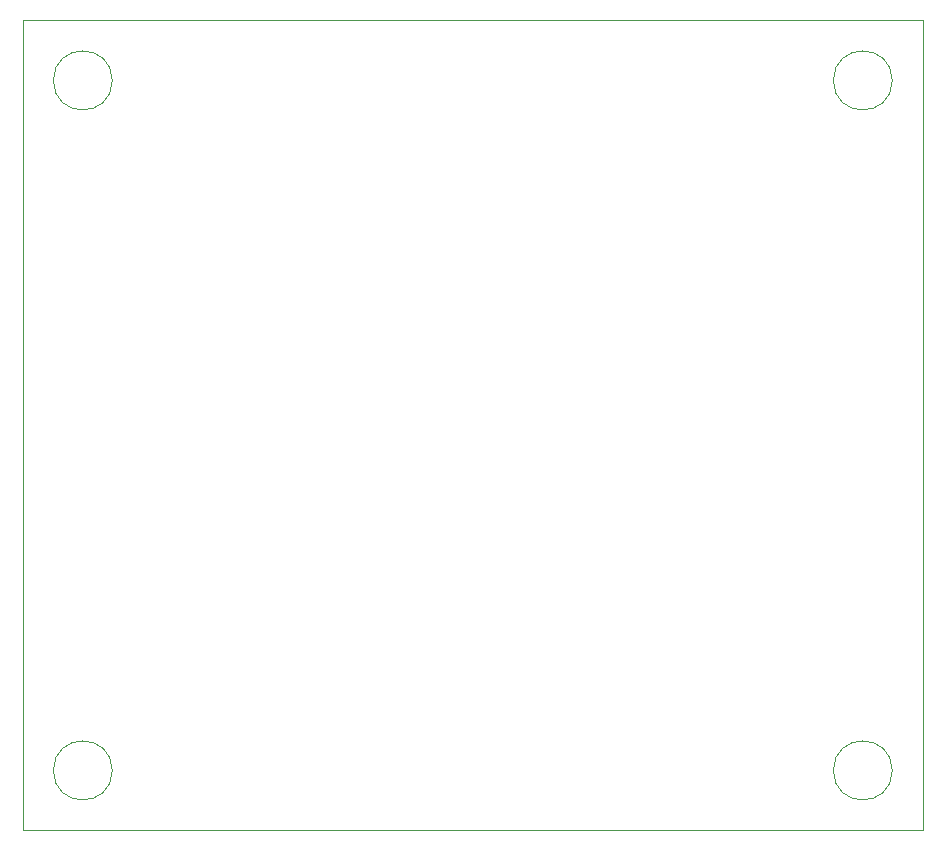
<source format=gbr>
%TF.GenerationSoftware,KiCad,Pcbnew,(5.1.6)-1*%
%TF.CreationDate,2020-08-05T10:29:03-07:00*%
%TF.ProjectId,vu_meter,76755f6d-6574-4657-922e-6b696361645f,rev?*%
%TF.SameCoordinates,Original*%
%TF.FileFunction,Profile,NP*%
%FSLAX46Y46*%
G04 Gerber Fmt 4.6, Leading zero omitted, Abs format (unit mm)*
G04 Created by KiCad (PCBNEW (5.1.6)-1) date 2020-08-05 10:29:03*
%MOMM*%
%LPD*%
G01*
G04 APERTURE LIST*
%TA.AperFunction,Profile*%
%ADD10C,0.050000*%
%TD*%
G04 APERTURE END LIST*
D10*
X88860000Y-91440000D02*
G75*
G03*
X88860000Y-91440000I-2500000J0D01*
G01*
X88860000Y-33020000D02*
G75*
G03*
X88860000Y-33020000I-2500000J0D01*
G01*
X154900000Y-33020000D02*
G75*
G03*
X154900000Y-33020000I-2500000J0D01*
G01*
X81280000Y-96520000D02*
X157480000Y-96520000D01*
X81280000Y-27940000D02*
X81280000Y-33020000D01*
X157480000Y-27940000D02*
X81280000Y-27940000D01*
X157480000Y-33020000D02*
X157480000Y-27940000D01*
X154900000Y-91440000D02*
G75*
G03*
X154900000Y-91440000I-2500000J0D01*
G01*
X81280000Y-96520000D02*
X81280000Y-33020000D01*
X157480000Y-33020000D02*
X157480000Y-96520000D01*
M02*

</source>
